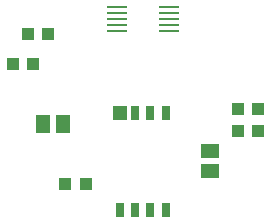
<source format=gtp>
G75*
%MOIN*%
%OFA0B0*%
%FSLAX24Y24*%
%IPPOS*%
%LPD*%
%AMOC8*
5,1,8,0,0,1.08239X$1,22.5*
%
%ADD10R,0.0709X0.0098*%
%ADD11R,0.0315X0.0472*%
%ADD12R,0.0472X0.0472*%
%ADD13R,0.0413X0.0425*%
%ADD14R,0.0591X0.0512*%
%ADD15R,0.0512X0.0591*%
D10*
X005314Y007286D03*
X005314Y007483D03*
X005314Y007680D03*
X005314Y007877D03*
X005314Y008074D03*
X007046Y008074D03*
X007046Y007877D03*
X007046Y007680D03*
X007046Y007483D03*
X007046Y007286D03*
D11*
X006942Y004544D03*
X006430Y004544D03*
X005930Y004544D03*
X005930Y001316D03*
X006430Y001316D03*
X006942Y001316D03*
X005418Y001316D03*
D12*
X005430Y004544D03*
D13*
X003586Y002180D03*
X004274Y002180D03*
X002524Y006180D03*
X001836Y006180D03*
X002336Y007180D03*
X003024Y007180D03*
X009336Y004680D03*
X010024Y004680D03*
X010024Y003930D03*
X009336Y003930D03*
D14*
X008430Y003265D03*
X008430Y002595D03*
D15*
X003515Y004180D03*
X002845Y004180D03*
M02*

</source>
